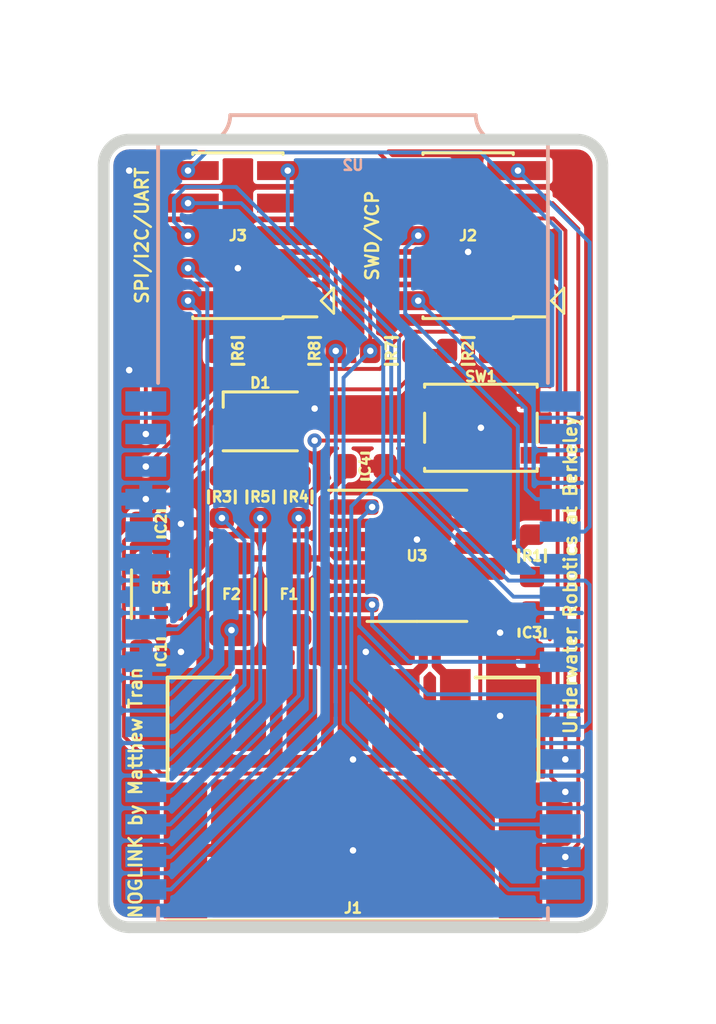
<source format=kicad_pcb>
(kicad_pcb (version 20171130) (host pcbnew "(5.1.7-0-10_14)")
  (layers (0 F.Cu signal) (31 B.Cu signal) (34 B.Paste user) (35 F.Paste user) (36 B.SilkS user) (37 F.SilkS user) (38 B.Mask user) (39 F.Mask user) (44 Edge.Cuts user))
  (net 0 "")
  (net 1 GND)
  (net 2 +5V)
  (net 3 +3V3)
  (net 4 "Net-(D1-Pad4)")
  (net 5 "Net-(D1-Pad3)")
  (net 6 "Net-(D1-Pad2)")
  (net 7 "Net-(F1-Pad2)")
  (net 8 "Net-(F2-Pad2)")
  (net 9 "Net-(J1-Pad1)")
  (net 10 /NRST)
  (net 11 /GNDDetect)
  (net 12 /VCP_RX)
  (net 13 /VCP_TX)
  (net 14 /SWO)
  (net 15 /SWCLK)
  (net 16 /SWDIO)
  (net 17 /TVCC)
  (net 18 /UART_RX)
  (net 19 /UART_TX)
  (net 20 /NSS)
  (net 21 /SCL)
  (net 22 /SCLK)
  (net 23 /SDA)
  (net 24 /MISO)
  (net 25 /MOSI)
  (net 26 "Net-(J3-Pad1)")
  (net 27 /LED_B)
  (net 28 /LED_G)
  (net 29 /LED_R)
  (net 30 /BUT)
  (net 31 "Net-(U1-Pad4)")
  (net 32 /CAN_TX)
  (net 33 /CAN_RX)
  (net 34 "Net-(U2-Pad28)")
  (net 35 "Net-(U2-Pad3)")
  (net 36 "Net-(U2-Pad2)")
  (net 37 "Net-(U2-Pad32)")
  (net 38 /CAN/CAN+)
  (net 39 /CAN/CAN-)
  (module Package_SO:SOIC-8_3.9x4.9mm_P1.27mm (layer F.Cu) (at 152.5 96.5)
    (fp_text reference U3 (at 0 0) (layer F.SilkS) (effects (font (size 0.4 0.4) (thickness 0.1))))
    (fp_text value ATA6561)
    (fp_line (start 0 2.56) (end 1.95 2.56) (layer F.SilkS) (width 0.12))
    (fp_line (start 0 2.56) (end -1.95 2.56) (layer F.SilkS) (width 0.12))
    (fp_line (start 0 -2.56) (end 1.95 -2.56) (layer F.SilkS) (width 0.12))
    (fp_line (start 0 -2.56) (end -3.45 -2.56) (layer F.SilkS) (width 0.12))
    (pad 8 smd roundrect (at 2.475 -1.905) (size 1.95 0.6) (layers F.Cu F.Paste F.Mask) (net 1 GND))
    (pad 7 smd roundrect (at 2.475 -0.635) (size 1.95 0.6) (layers F.Cu F.Paste F.Mask) (net 38 /CAN/CAN+))
    (pad 6 smd roundrect (at 2.475 0.635) (size 1.95 0.6) (layers F.Cu F.Paste F.Mask) (net 39 /CAN/CAN-))
    (pad 5 smd roundrect (at 2.475 1.905) (size 1.95 0.6) (layers F.Cu F.Paste F.Mask) (net 3 +3V3))
    (pad 4 smd roundrect (at -2.475 1.905) (size 1.95 0.6) (layers F.Cu F.Paste F.Mask) (net 33 /CAN_RX))
    (pad 3 smd roundrect (at -2.475 0.635) (size 1.95 0.6) (layers F.Cu F.Paste F.Mask) (net 2 +5V))
    (pad 2 smd roundrect (at -2.475 -0.635) (size 1.95 0.6) (layers F.Cu F.Paste F.Mask) (net 1 GND))
    (pad 1 smd roundrect (at -2.475 -1.905) (size 1.95 0.6) (layers F.Cu F.Paste F.Mask) (net 32 /CAN_TX))
  )
  (module extraparts:STLINK-V3MODS (layer B.Cu) (at 150 100 180)
    (fp_text reference U2 (at 0 18.75) (layer B.SilkS) (effects (font (size 0.4 0.4) (thickness 0.1)) (justify mirror)))
    (fp_text value STLINK-V3MODS)
    (fp_arc (start 5.9 20.705) (end 4.8 20.705) (angle 90) (layer B.SilkS) (width 0.15))
    (fp_arc (start -5.9 20.705) (end -4.8 20.705) (angle -90) (layer B.SilkS) (width 0.15))
    (fp_line (start 7.62 19.605) (end 5.9 19.605) (layer B.SilkS) (width 0.15))
    (fp_line (start -4.8 20.705) (end 4.8 20.705) (layer B.SilkS) (width 0.15))
    (fp_line (start 7.62 -10.795) (end 7.62 -10.25) (layer B.SilkS) (width 0.15))
    (fp_line (start -7.62 -10.795) (end -7.62 -10.25) (layer B.SilkS) (width 0.15))
    (fp_line (start -7.62 -10.795) (end 7.62 -10.795) (layer B.SilkS) (width 0.15))
    (fp_line (start -7.62 10.25) (end -7.62 19.605) (layer B.SilkS) (width 0.15))
    (fp_line (start -7.62 19.605) (end -5.9 19.605) (layer B.SilkS) (width 0.15))
    (fp_line (start 7.62 19.605) (end 7.62 10.25) (layer B.SilkS) (width 0.15))
    (pad 16 smd rect (at -8.1 -9.525 270) (size 0.8 1.6) (layers B.Cu B.Paste B.Mask) (net 21 /SCL))
    (pad 17 smd rect (at 8.1 -9.525 270) (size 0.8 1.6) (layers B.Cu B.Paste B.Mask) (net 23 /SDA))
    (pad 15 smd rect (at -8.1 -8.255 270) (size 0.8 1.6) (layers B.Cu B.Paste B.Mask) (net 13 /VCP_TX))
    (pad 18 smd rect (at 8.1 -8.255 270) (size 0.8 1.6) (layers B.Cu B.Paste B.Mask) (net 30 /BUT))
    (pad 14 smd rect (at -8.1 -6.985 270) (size 0.8 1.6) (layers B.Cu B.Paste B.Mask) (net 20 /NSS))
    (pad 19 smd rect (at 8.1 -6.985 270) (size 0.8 1.6) (layers B.Cu B.Paste B.Mask) (net 28 /LED_G))
    (pad 13 smd rect (at -8.1 -5.715 270) (size 0.8 1.6) (layers B.Cu B.Paste B.Mask) (net 15 /SWCLK))
    (pad 20 smd rect (at 8.1 -5.715 270) (size 0.8 1.6) (layers B.Cu B.Paste B.Mask) (net 29 /LED_R))
    (pad 12 smd rect (at -8.1 -4.445 270) (size 0.8 1.6) (layers B.Cu B.Paste B.Mask) (net 12 /VCP_RX))
    (pad 21 smd rect (at 8.1 -4.445 270) (size 0.8 1.6) (layers B.Cu B.Paste B.Mask) (net 27 /LED_B))
    (pad 11 smd rect (at -8.1 -3.175 270) (size 0.8 1.6) (layers B.Cu B.Paste B.Mask) (net 19 /UART_TX))
    (pad 22 smd rect (at 8.1 -3.175 270) (size 0.8 1.6) (layers B.Cu B.Paste B.Mask) (net 8 "Net-(F2-Pad2)"))
    (pad 10 smd rect (at -8.1 -1.905 270) (size 0.8 1.6) (layers B.Cu B.Paste B.Mask) (net 32 /CAN_TX))
    (pad 23 smd rect (at 8.1 -1.905 270) (size 0.8 1.6) (layers B.Cu B.Paste B.Mask) (net 24 /MISO))
    (pad 9 smd rect (at -8.1 -0.635 270) (size 0.8 1.6) (layers B.Cu B.Paste B.Mask) (net 33 /CAN_RX))
    (pad 24 smd rect (at 8.1 -0.635 270) (size 0.8 1.6) (layers B.Cu B.Paste B.Mask) (net 1 GND))
    (pad 8 smd rect (at -8.1 0.635 270) (size 0.8 1.6) (layers B.Cu B.Paste B.Mask) (net 1 GND))
    (pad 25 smd rect (at 8.1 0.635 270) (size 0.8 1.6) (layers B.Cu B.Paste B.Mask) (net 25 /MOSI))
    (pad 7 smd rect (at -8.1 1.905 270) (size 0.8 1.6) (layers B.Cu B.Paste B.Mask) (net 22 /SCLK))
    (pad 26 smd rect (at 8.1 1.905 270) (size 0.8 1.6) (layers B.Cu B.Paste B.Mask) (net 1 GND))
    (pad 6 smd rect (at -8.1 3.175 270) (size 0.8 1.6) (layers B.Cu B.Paste B.Mask) (net 14 /SWO))
    (pad 27 smd rect (at 8.1 3.175 270) (size 0.8 1.6) (layers B.Cu B.Paste B.Mask) (net 1 GND))
    (pad 5 smd rect (at -8.1 4.445 270) (size 0.8 1.6) (layers B.Cu B.Paste B.Mask) (net 11 /GNDDetect))
    (pad 28 smd rect (at 8.1 4.445 270) (size 0.8 1.6) (layers B.Cu B.Paste B.Mask) (net 34 "Net-(U2-Pad28)"))
    (pad 4 smd rect (at -8.1 5.715 270) (size 0.8 1.6) (layers B.Cu B.Paste B.Mask) (net 16 /SWDIO))
    (pad 29 smd rect (at 8.1 5.715 270) (size 0.8 1.6) (layers B.Cu B.Paste B.Mask) (net 1 GND))
    (pad 3 smd rect (at -8.1 6.985 270) (size 0.8 1.6) (layers B.Cu B.Paste B.Mask) (net 35 "Net-(U2-Pad3)"))
    (pad 30 smd rect (at 8.1 6.985 270) (size 0.8 1.6) (layers B.Cu B.Paste B.Mask) (net 17 /TVCC))
    (pad 2 smd rect (at -8.1 8.255 270) (size 0.8 1.6) (layers B.Cu B.Paste B.Mask) (net 36 "Net-(U2-Pad2)"))
    (pad 31 smd rect (at 8.1 8.255 270) (size 0.8 1.6) (layers B.Cu B.Paste B.Mask) (net 10 /NRST))
    (pad 1 smd rect (at -8.1 9.525 270) (size 0.8 1.6) (layers B.Cu B.Paste B.Mask) (net 18 /UART_RX))
    (pad 32 smd rect (at 8.1 9.525 270) (size 0.8 1.6) (layers B.Cu B.Paste B.Mask) (net 37 "Net-(U2-Pad32)"))
  )
  (module Package_TO_SOT_SMD:SOT-353_SC-70-5 (layer F.Cu) (at 142.5 97.75 90)
    (fp_text reference U1 (at 0 0 180) (layer F.SilkS) (effects (font (size 0.4 0.4) (thickness 0.1))))
    (fp_text value MIC5365-3.3YC5)
    (fp_line (start 0.7 -1.16) (end -1.2 -1.16) (layer F.SilkS) (width 0.12))
    (fp_line (start -0.7 1.16) (end 0.7 1.16) (layer F.SilkS) (width 0.12))
    (pad 5 smd rect (at 0.95 -0.65 90) (size 0.65 0.4) (layers F.Cu F.Paste F.Mask) (net 3 +3V3))
    (pad 4 smd rect (at 0.95 0.65 90) (size 0.65 0.4) (layers F.Cu F.Paste F.Mask) (net 31 "Net-(U1-Pad4)"))
    (pad 2 smd rect (at -0.95 0 90) (size 0.65 0.4) (layers F.Cu F.Paste F.Mask) (net 1 GND))
    (pad 3 smd rect (at -0.95 0.65 90) (size 0.65 0.4) (layers F.Cu F.Paste F.Mask) (net 2 +5V))
    (pad 1 smd rect (at -0.95 -0.65 90) (size 0.65 0.4) (layers F.Cu F.Paste F.Mask) (net 2 +5V))
  )
  (module Button_Switch_SMD:SW_SPST_PTS810 (layer F.Cu) (at 155 91.5 180)
    (fp_text reference SW1 (at 0 2) (layer F.SilkS) (effects (font (size 0.4 0.4) (thickness 0.1))))
    (fp_text value USR)
    (fp_line (start 2.2 -1.58) (end 2.2 -1.7) (layer F.SilkS) (width 0.12))
    (fp_line (start 2.2 0.57) (end 2.2 -0.57) (layer F.SilkS) (width 0.12))
    (fp_line (start 2.2 1.7) (end 2.2 1.58) (layer F.SilkS) (width 0.12))
    (fp_line (start -2.2 1.7) (end 2.2 1.7) (layer F.SilkS) (width 0.12))
    (fp_line (start -2.2 1.58) (end -2.2 1.7) (layer F.SilkS) (width 0.12))
    (fp_line (start -2.2 -0.57) (end -2.2 0.57) (layer F.SilkS) (width 0.12))
    (fp_line (start -2.2 -1.7) (end -2.2 -1.58) (layer F.SilkS) (width 0.12))
    (fp_line (start 2.2 -1.7) (end -2.2 -1.7) (layer F.SilkS) (width 0.12))
    (pad 2 smd rect (at 2.075 1.075 180) (size 1.05 0.65) (layers F.Cu F.Paste F.Mask) (net 1 GND))
    (pad 2 smd rect (at -2.075 1.075 180) (size 1.05 0.65) (layers F.Cu F.Paste F.Mask) (net 1 GND))
    (pad 1 smd rect (at 2.075 -1.075 180) (size 1.05 0.65) (layers F.Cu F.Paste F.Mask) (net 30 /BUT))
    (pad "" smd rect (at -2.075 -1.075 180) (size 1.05 0.65) (layers F.Cu F.Paste F.Mask))
  )
  (module Resistor_SMD:R_0603_1608Metric (layer F.Cu) (at 148.5 88.5 180)
    (fp_text reference R8 (at 0 0 90) (layer F.SilkS) (effects (font (size 0.4 0.4) (thickness 0.1))))
    (fp_text value 2.2k)
    (fp_line (start -0.237258 -0.5225) (end 0.237258 -0.5225) (layer F.SilkS) (width 0.12))
    (fp_line (start -0.237258 0.5225) (end 0.237258 0.5225) (layer F.SilkS) (width 0.12))
    (pad 2 smd roundrect (at 0.825 0 180) (size 0.8 0.95) (layers F.Cu F.Paste F.Mask) (net 3 +3V3))
    (pad 1 smd roundrect (at -0.825 0 180) (size 0.8 0.95) (layers F.Cu F.Paste F.Mask) (net 23 /SDA))
  )
  (module Resistor_SMD:R_0603_1608Metric (layer F.Cu) (at 151.5 88.5)
    (fp_text reference R7 (at 0 0 90) (layer F.SilkS) (effects (font (size 0.4 0.4) (thickness 0.1))))
    (fp_text value 2.2k)
    (fp_line (start -0.237258 -0.5225) (end 0.237258 -0.5225) (layer F.SilkS) (width 0.12))
    (fp_line (start -0.237258 0.5225) (end 0.237258 0.5225) (layer F.SilkS) (width 0.12))
    (pad 2 smd roundrect (at 0.825 0) (size 0.8 0.95) (layers F.Cu F.Paste F.Mask) (net 3 +3V3))
    (pad 1 smd roundrect (at -0.825 0) (size 0.8 0.95) (layers F.Cu F.Paste F.Mask) (net 21 /SCL))
  )
  (module Resistor_SMD:R_0603_1608Metric (layer F.Cu) (at 145.5 88.5)
    (fp_text reference R6 (at 0 0 90) (layer F.SilkS) (effects (font (size 0.4 0.4) (thickness 0.1))))
    (fp_text value 0)
    (fp_line (start -0.237258 -0.5225) (end 0.237258 -0.5225) (layer F.SilkS) (width 0.12))
    (fp_line (start -0.237258 0.5225) (end 0.237258 0.5225) (layer F.SilkS) (width 0.12))
    (pad 2 smd roundrect (at 0.825 0) (size 0.8 0.95) (layers F.Cu F.Paste F.Mask) (net 3 +3V3))
    (pad 1 smd roundrect (at -0.825 0) (size 0.8 0.95) (layers F.Cu F.Paste F.Mask) (net 26 "Net-(J3-Pad1)"))
  )
  (module Resistor_SMD:R_0603_1608Metric (layer F.Cu) (at 146.375 94.2 90)
    (fp_text reference R5 (at 0 0 180) (layer F.SilkS) (effects (font (size 0.4 0.4) (thickness 0.1))))
    (fp_text value 47)
    (fp_line (start -0.237258 -0.5225) (end 0.237258 -0.5225) (layer F.SilkS) (width 0.12))
    (fp_line (start -0.237258 0.5225) (end 0.237258 0.5225) (layer F.SilkS) (width 0.12))
    (pad 2 smd roundrect (at 0.825 0 90) (size 0.8 0.95) (layers F.Cu F.Paste F.Mask) (net 6 "Net-(D1-Pad2)"))
    (pad 1 smd roundrect (at -0.825 0 90) (size 0.8 0.95) (layers F.Cu F.Paste F.Mask) (net 29 /LED_R))
  )
  (module Resistor_SMD:R_0603_1608Metric (layer F.Cu) (at 147.875 94.2 90)
    (fp_text reference R4 (at 0 0 180) (layer F.SilkS) (effects (font (size 0.4 0.4) (thickness 0.1))))
    (fp_text value 47)
    (fp_line (start -0.237258 -0.5225) (end 0.237258 -0.5225) (layer F.SilkS) (width 0.12))
    (fp_line (start -0.237258 0.5225) (end 0.237258 0.5225) (layer F.SilkS) (width 0.12))
    (pad 2 smd roundrect (at 0.825 0 90) (size 0.8 0.95) (layers F.Cu F.Paste F.Mask) (net 5 "Net-(D1-Pad3)"))
    (pad 1 smd roundrect (at -0.825 0 90) (size 0.8 0.95) (layers F.Cu F.Paste F.Mask) (net 28 /LED_G))
  )
  (module Resistor_SMD:R_0603_1608Metric (layer F.Cu) (at 144.875 94.2 90)
    (fp_text reference R3 (at 0 0 180) (layer F.SilkS) (effects (font (size 0.4 0.4) (thickness 0.1))))
    (fp_text value 47)
    (fp_line (start -0.237258 -0.5225) (end 0.237258 -0.5225) (layer F.SilkS) (width 0.12))
    (fp_line (start -0.237258 0.5225) (end 0.237258 0.5225) (layer F.SilkS) (width 0.12))
    (pad 2 smd roundrect (at 0.825 0 90) (size 0.8 0.95) (layers F.Cu F.Paste F.Mask) (net 4 "Net-(D1-Pad4)"))
    (pad 1 smd roundrect (at -0.825 0 90) (size 0.8 0.95) (layers F.Cu F.Paste F.Mask) (net 27 /LED_B))
  )
  (module Resistor_SMD:R_0603_1608Metric (layer F.Cu) (at 154.5 88.5 180)
    (fp_text reference R2 (at 0 0 90) (layer F.SilkS) (effects (font (size 0.4 0.4) (thickness 0.1))))
    (fp_text value 0)
    (fp_line (start -0.237258 -0.5225) (end 0.237258 -0.5225) (layer F.SilkS) (width 0.12))
    (fp_line (start -0.237258 0.5225) (end 0.237258 0.5225) (layer F.SilkS) (width 0.12))
    (pad 2 smd roundrect (at 0.825 0 180) (size 0.8 0.95) (layers F.Cu F.Paste F.Mask) (net 3 +3V3))
    (pad 1 smd roundrect (at -0.825 0 180) (size 0.8 0.95) (layers F.Cu F.Paste F.Mask) (net 17 /TVCC))
  )
  (module Resistor_SMD:R_0603_1608Metric (layer F.Cu) (at 157 96.5 90)
    (fp_text reference R1 (at 0 0 180) (layer F.SilkS) (effects (font (size 0.4 0.4) (thickness 0.1))))
    (fp_text value 120)
    (fp_line (start -0.237258 -0.5225) (end 0.237258 -0.5225) (layer F.SilkS) (width 0.12))
    (fp_line (start -0.237258 0.5225) (end 0.237258 0.5225) (layer F.SilkS) (width 0.12))
    (pad 2 smd roundrect (at 0.825 0 90) (size 0.8 0.95) (layers F.Cu F.Paste F.Mask) (net 38 /CAN/CAN+))
    (pad 1 smd roundrect (at -0.825 0 90) (size 0.8 0.95) (layers F.Cu F.Paste F.Mask) (net 39 /CAN/CAN-))
  )
  (module Connector_PinHeader_1.27mm:PinHeader_2x05_P1.27mm_Vertical_SMD (layer F.Cu) (at 145.5 84 180)
    (fp_text reference J3 (at 0 0 180) (layer F.SilkS) (effects (font (size 0.4 0.4) (thickness 0.1))))
    (fp_text value SPI/I2C/UART)
    (fp_line (start -1.765 -3.235) (end 1.765 -3.235) (layer F.SilkS) (width 0.12))
    (fp_line (start -1.765 3.235) (end 1.765 3.235) (layer F.SilkS) (width 0.12))
    (fp_line (start -3.09 -3.17) (end -1.765 -3.17) (layer F.SilkS) (width 0.12))
    (fp_line (start -1.765 -3.235) (end -1.765 -3.17) (layer F.SilkS) (width 0.12))
    (fp_line (start 1.765 -3.235) (end 1.765 -3.17) (layer F.SilkS) (width 0.12))
    (fp_line (start -1.765 3.17) (end -1.765 3.235) (layer F.SilkS) (width 0.12))
    (fp_line (start 1.765 3.17) (end 1.765 3.235) (layer F.SilkS) (width 0.12))
    (pad 10 smd rect (at 1.95 2.54 180) (size 2.4 0.74) (layers F.Cu F.Paste F.Mask) (net 18 /UART_RX))
    (pad 9 smd rect (at -1.95 2.54 180) (size 2.4 0.74) (layers F.Cu F.Paste F.Mask) (net 19 /UART_TX))
    (pad 8 smd rect (at 1.95 1.27 180) (size 2.4 0.74) (layers F.Cu F.Paste F.Mask) (net 20 /NSS))
    (pad 7 smd rect (at -1.95 1.27 180) (size 2.4 0.74) (layers F.Cu F.Paste F.Mask) (net 21 /SCL))
    (pad 6 smd rect (at 1.95 0 180) (size 2.4 0.74) (layers F.Cu F.Paste F.Mask) (net 22 /SCLK))
    (pad 5 smd rect (at -1.95 0 180) (size 2.4 0.74) (layers F.Cu F.Paste F.Mask) (net 23 /SDA))
    (pad 4 smd rect (at 1.95 -1.27 180) (size 2.4 0.74) (layers F.Cu F.Paste F.Mask) (net 24 /MISO))
    (pad 3 smd rect (at -1.95 -1.27 180) (size 2.4 0.74) (layers F.Cu F.Paste F.Mask) (net 1 GND))
    (pad 2 smd rect (at 1.95 -2.54 180) (size 2.4 0.74) (layers F.Cu F.Paste F.Mask) (net 25 /MOSI))
    (pad 1 smd rect (at -1.95 -2.54 180) (size 2.4 0.74) (layers F.Cu F.Paste F.Mask) (net 26 "Net-(J3-Pad1)"))
  )
  (module Connector_PinHeader_1.27mm:PinHeader_2x05_P1.27mm_Vertical_SMD (layer F.Cu) (at 154.5 84 180)
    (fp_text reference J2 (at 0 0) (layer F.SilkS) (effects (font (size 0.4 0.4) (thickness 0.1))))
    (fp_text value SWD/VCP)
    (fp_line (start -1.765 -3.235) (end 1.765 -3.235) (layer F.SilkS) (width 0.12))
    (fp_line (start -1.765 3.235) (end 1.765 3.235) (layer F.SilkS) (width 0.12))
    (fp_line (start -3.09 -3.17) (end -1.765 -3.17) (layer F.SilkS) (width 0.12))
    (fp_line (start -1.765 -3.235) (end -1.765 -3.17) (layer F.SilkS) (width 0.12))
    (fp_line (start 1.765 -3.235) (end 1.765 -3.17) (layer F.SilkS) (width 0.12))
    (fp_line (start -1.765 3.17) (end -1.765 3.235) (layer F.SilkS) (width 0.12))
    (fp_line (start 1.765 3.17) (end 1.765 3.235) (layer F.SilkS) (width 0.12))
    (pad 10 smd rect (at 1.95 2.54 180) (size 2.4 0.74) (layers F.Cu F.Paste F.Mask) (net 10 /NRST))
    (pad 9 smd rect (at -1.95 2.54 180) (size 2.4 0.74) (layers F.Cu F.Paste F.Mask) (net 11 /GNDDetect))
    (pad 8 smd rect (at 1.95 1.27 180) (size 2.4 0.74) (layers F.Cu F.Paste F.Mask) (net 12 /VCP_RX))
    (pad 7 smd rect (at -1.95 1.27 180) (size 2.4 0.74) (layers F.Cu F.Paste F.Mask) (net 13 /VCP_TX))
    (pad 6 smd rect (at 1.95 0 180) (size 2.4 0.74) (layers F.Cu F.Paste F.Mask) (net 14 /SWO))
    (pad 5 smd rect (at -1.95 0 180) (size 2.4 0.74) (layers F.Cu F.Paste F.Mask) (net 1 GND))
    (pad 4 smd rect (at 1.95 -1.27 180) (size 2.4 0.74) (layers F.Cu F.Paste F.Mask) (net 15 /SWCLK))
    (pad 3 smd rect (at -1.95 -1.27 180) (size 2.4 0.74) (layers F.Cu F.Paste F.Mask) (net 1 GND))
    (pad 2 smd rect (at 1.95 -2.54 180) (size 2.4 0.74) (layers F.Cu F.Paste F.Mask) (net 16 /SWDIO))
    (pad 1 smd rect (at -1.95 -2.54 180) (size 2.4 0.74) (layers F.Cu F.Paste F.Mask) (net 17 /TVCC))
  )
  (module extraparts:Molex_DuraClik_RH_5pin (layer F.Cu) (at 150 110.75)
    (fp_text reference J1 (at 0 -0.5) (layer F.SilkS) (effects (font (size 0.4 0.4) (thickness 0.1))))
    (fp_text value CAN)
    (fp_line (start 7.25 -9.5) (end 7.25 -5.5) (layer F.SilkS) (width 0.15))
    (fp_line (start 4.794 -9.5) (end 7.25 -9.5) (layer F.SilkS) (width 0.15))
    (fp_line (start -7.25 -9.5) (end -7.25 -5.5) (layer F.SilkS) (width 0.15))
    (fp_line (start -4.794 -9.5) (end -7.25 -9.5) (layer F.SilkS) (width 0.15))
    (fp_line (start -7.25 0) (end 7.25 0) (layer F.SilkS) (width 0.15))
    (pad 4 smd rect (at 2 -8.23) (size 1.2 3.2) (layers F.Cu F.Paste F.Mask) (net 38 /CAN/CAN+))
    (pad 3 smd rect (at 0 -8.23) (size 1.2 3.2) (layers F.Cu F.Paste F.Mask) (net 1 GND))
    (pad 1 smd rect (at -4 -8.23) (size 1.2 3.2) (layers F.Cu F.Paste F.Mask) (net 9 "Net-(J1-Pad1)"))
    (pad MP smd rect (at -6.55 -2.75) (size 1.7 5.3) (layers F.Cu F.Paste F.Mask) (net 1 GND))
    (pad 2 smd rect (at -2 -8.23) (size 1.2 3.2) (layers F.Cu F.Paste F.Mask) (net 7 "Net-(F1-Pad2)"))
    (pad MP smd rect (at 6.55 -2.75) (size 1.7 5.3) (layers F.Cu F.Paste F.Mask) (net 1 GND))
    (pad 5 smd rect (at 4 -8.23) (size 1.2 3.2) (layers F.Cu F.Paste F.Mask) (net 39 /CAN/CAN-))
  )
  (module Fuse:Fuse_1206_3216Metric (layer F.Cu) (at 145.25 98 270)
    (fp_text reference F2 (at 0 0 180) (layer F.SilkS) (effects (font (size 0.4 0.4) (thickness 0.1))))
    (fp_text value 500mA)
    (fp_line (start -0.602064 -0.91) (end 0.602064 -0.91) (layer F.SilkS) (width 0.12))
    (fp_line (start -0.602064 0.91) (end 0.602064 0.91) (layer F.SilkS) (width 0.12))
    (pad 2 smd roundrect (at 1.4 0 270) (size 1.25 1.75) (layers F.Cu F.Paste F.Mask) (roundrect_rratio 0.2) (net 8 "Net-(F2-Pad2)"))
    (pad 1 smd roundrect (at -1.4 0 270) (size 1.25 1.75) (layers F.Cu F.Paste F.Mask) (roundrect_rratio 0.2) (net 2 +5V))
  )
  (module Fuse:Fuse_1206_3216Metric (layer F.Cu) (at 147.5 98 270)
    (fp_text reference F1 (at 0 0 180) (layer F.SilkS) (effects (font (size 0.4 0.4) (thickness 0.1))))
    (fp_text value 500mA)
    (fp_line (start -0.602064 -0.91) (end 0.602064 -0.91) (layer F.SilkS) (width 0.12))
    (fp_line (start -0.602064 0.91) (end 0.602064 0.91) (layer F.SilkS) (width 0.12))
    (pad 2 smd roundrect (at 1.4 0 270) (size 1.25 1.75) (layers F.Cu F.Paste F.Mask) (roundrect_rratio 0.2) (net 7 "Net-(F1-Pad2)"))
    (pad 1 smd roundrect (at -1.4 0 270) (size 1.25 1.75) (layers F.Cu F.Paste F.Mask) (roundrect_rratio 0.2) (net 2 +5V))
  )
  (module LED_SMD:LED_Cree-PLCC4_2x2mm_CW (layer F.Cu) (at 146.375 91.25)
    (fp_text reference D1 (at 0 -1.5) (layer F.SilkS) (effects (font (size 0.4 0.4) (thickness 0.1))))
    (fp_text value LED_ARGB)
    (fp_line (start -1.45 -0.55) (end -1.45 -1.15) (layer F.SilkS) (width 0.12))
    (fp_line (start -1.45 -1.15) (end 1.45 -1.15) (layer F.SilkS) (width 0.12))
    (fp_line (start -1.45 1.15) (end 1.45 1.15) (layer F.SilkS) (width 0.12))
    (pad 4 smd rect (at -0.75 0.55) (size 1 0.8) (layers F.Cu F.Paste F.Mask) (net 4 "Net-(D1-Pad4)"))
    (pad 3 smd rect (at 0.75 0.55) (size 1 0.8) (layers F.Cu F.Paste F.Mask) (net 5 "Net-(D1-Pad3)"))
    (pad 2 smd rect (at 0.75 -0.55) (size 1 0.8) (layers F.Cu F.Paste F.Mask) (net 6 "Net-(D1-Pad2)"))
    (pad 1 smd rect (at -0.75 -0.55) (size 1 0.8) (layers F.Cu F.Paste F.Mask) (net 3 +3V3))
  )
  (module Capacitor_SMD:C_0603_1608Metric (layer F.Cu) (at 150.475 93)
    (fp_text reference C4 (at 0 0 90) (layer F.SilkS) (effects (font (size 0.4 0.4) (thickness 0.1))))
    (fp_text value 100n)
    (fp_line (start -0.14058 -0.51) (end 0.14058 -0.51) (layer F.SilkS) (width 0.12))
    (fp_line (start -0.14058 0.51) (end 0.14058 0.51) (layer F.SilkS) (width 0.12))
    (pad 2 smd roundrect (at 0.775 0) (size 0.9 0.95) (layers F.Cu F.Paste F.Mask) (net 1 GND))
    (pad 1 smd roundrect (at -0.775 0) (size 0.9 0.95) (layers F.Cu F.Paste F.Mask) (net 2 +5V))
  )
  (module Capacitor_SMD:C_0603_1608Metric (layer F.Cu) (at 157 99.5 270)
    (fp_text reference C3 (at 0 0 180) (layer F.SilkS) (effects (font (size 0.4 0.4) (thickness 0.1))))
    (fp_text value 100n)
    (fp_line (start -0.14058 -0.51) (end 0.14058 -0.51) (layer F.SilkS) (width 0.12))
    (fp_line (start -0.14058 0.51) (end 0.14058 0.51) (layer F.SilkS) (width 0.12))
    (pad 2 smd roundrect (at 0.775 0 270) (size 0.9 0.95) (layers F.Cu F.Paste F.Mask) (net 1 GND))
    (pad 1 smd roundrect (at -0.775 0 270) (size 0.9 0.95) (layers F.Cu F.Paste F.Mask) (net 3 +3V3))
  )
  (module Capacitor_SMD:C_0603_1608Metric (layer F.Cu) (at 142.5 95.25)
    (fp_text reference C2 (at 0 0 90) (layer F.SilkS) (effects (font (size 0.4 0.4) (thickness 0.1))))
    (fp_text value 1u)
    (fp_line (start -0.14058 -0.51) (end 0.14058 -0.51) (layer F.SilkS) (width 0.12))
    (fp_line (start -0.14058 0.51) (end 0.14058 0.51) (layer F.SilkS) (width 0.12))
    (pad 2 smd roundrect (at 0.775 0) (size 0.9 0.95) (layers F.Cu F.Paste F.Mask) (net 1 GND))
    (pad 1 smd roundrect (at -0.775 0) (size 0.9 0.95) (layers F.Cu F.Paste F.Mask) (net 3 +3V3))
  )
  (module Capacitor_SMD:C_0603_1608Metric (layer F.Cu) (at 142.5 100.25)
    (fp_text reference C1 (at 0 0 90) (layer F.SilkS) (effects (font (size 0.4 0.4) (thickness 0.1))))
    (fp_text value 1u)
    (fp_line (start -0.14058 -0.51) (end 0.14058 -0.51) (layer F.SilkS) (width 0.12))
    (fp_line (start -0.14058 0.51) (end 0.14058 0.51) (layer F.SilkS) (width 0.12))
    (pad 2 smd roundrect (at 0.775 0) (size 0.9 0.95) (layers F.Cu F.Paste F.Mask) (net 1 GND))
    (pad 1 smd roundrect (at -0.775 0) (size 0.9 0.95) (layers F.Cu F.Paste F.Mask) (net 2 +5V))
  )
  (gr_line (start 158.25 86.04) (end 158.25 87.04) (layer F.SilkS) (width 0.1))
  (gr_line (start 157.75 86.54) (end 158.25 86.04) (layer F.SilkS) (width 0.1))
  (gr_line (start 158.25 87.04) (end 157.75 86.54) (layer F.SilkS) (width 0.1))
  (gr_line (start 149.25 87.04) (end 148.75 86.54) (layer F.SilkS) (width 0.1))
  (gr_line (start 149.25 86.04) (end 149.25 87.04) (layer F.SilkS) (width 0.1))
  (gr_line (start 148.75 86.54) (end 149.25 86.04) (layer F.SilkS) (width 0.1))
  (gr_text SPI/I2C/UART (at 141.75 84 90) (layer F.SilkS) (effects (font (size 0.5 0.5) (thickness 0.1))))
  (gr_text SWD/VCP (at 150.75 84 90) (layer F.SilkS) (effects (font (size 0.5 0.5) (thickness 0.1))))
  (gr_text "Underwater Robotics at Berkeley" (at 158.5 97.25 90) (layer F.SilkS) (effects (font (size 0.5 0.5) (thickness 0.1))))
  (gr_text "NOGLINK by Matthew Tran" (at 141.5 105.75 90) (layer F.SilkS) (effects (font (size 0.5 0.5) (thickness 0.1))))
  (gr_arc (start 158.75 110) (end 158.75 111) (angle -90) (layer Edge.Cuts) (width 0.4572))
  (gr_arc (start 141.25 110) (end 140.25 110) (angle -90) (layer Edge.Cuts) (width 0.4572))
  (gr_arc (start 141.25 81.25) (end 141.25 80.25) (angle -90) (layer Edge.Cuts) (width 0.4572))
  (gr_arc (start 158.75 81.25) (end 159.75 81.25) (angle -90) (layer Edge.Cuts) (width 0.4572))
  (gr_line (start 158.75 111) (end 141.25 111) (layer Edge.Cuts) (width 0.4572))
  (gr_line (start 159.75 81.25) (end 159.75 110) (layer Edge.Cuts) (width 0.4572))
  (gr_line (start 141.25 80.25) (end 158.75 80.25) (layer Edge.Cuts) (width 0.4572))
  (gr_line (start 140.25 110) (end 140.25 81.25) (layer Edge.Cuts) (width 0.4572))
  (via (at 158.3 104.445) (size 0.5588) (drill 0.254) (layers F.Cu B.Cu) (net 12))
  (via (at 158.3 105.715) (size 0.5588) (drill 0.254) (layers F.Cu B.Cu) (net 15))
  (via (at 141.9 91.745) (size 0.5588) (drill 0.254) (layers F.Cu B.Cu) (net 10))
  (via (at 143.275 95.25) (size 0.5588) (drill 0.254) (layers F.Cu B.Cu) (net 1))
  (via (at 143.275 100.25) (size 0.5588) (drill 0.254) (layers F.Cu B.Cu) (net 1))
  (via (at 155.75 99.5) (size 0.5588) (drill 0.254) (layers F.Cu B.Cu) (net 1))
  (via (at 150 108) (size 0.5588) (drill 0.254) (layers F.Cu B.Cu) (net 1))
  (via (at 141.9 94.285) (size 0.5588) (drill 0.254) (layers F.Cu B.Cu) (net 1))
  (via (at 152.5 95.865) (size 0.5588) (drill 0.254) (layers F.Cu B.Cu) (net 1))
  (via (at 155 91.5) (size 0.5588) (drill 0.254) (layers F.Cu B.Cu) (net 1))
  (via (at 150 104.45) (size 0.5588) (drill 0.254) (layers F.Cu B.Cu) (net 1))
  (via (at 148.5 90.75) (size 0.5588) (drill 0.254) (layers F.Cu B.Cu) (net 1))
  (via (at 141.25 81.46) (size 0.5588) (drill 0.254) (layers F.Cu B.Cu) (net 1))
  (via (at 145.5 85.27) (size 0.5588) (drill 0.254) (layers F.Cu B.Cu) (net 1))
  (via (at 154.5 84.635) (size 0.5588) (drill 0.254) (layers F.Cu B.Cu) (net 1))
  (via (at 141.25 89.25) (size 0.5588) (drill 0.254) (layers F.Cu B.Cu) (net 1))
  (via (at 150.5 100.25) (size 0.5588) (drill 0.254) (layers F.Cu B.Cu) (net 1))
  (via (at 155.75 102.75) (size 0.5588) (drill 0.254) (layers F.Cu B.Cu) (net 1))
  (segment (start 147.5 96.6) (end 145.25 96.6) (width 0.254) (layer F.Cu) (net 2))
  (segment (start 141.85 98.121) (end 141.85 98.7) (width 0.254) (layer F.Cu) (net 2))
  (segment (start 142.221 97.75) (end 141.85 98.121) (width 0.254) (layer F.Cu) (net 2))
  (segment (start 143.15 98.7) (end 143.15 97.75) (width 0.254) (layer F.Cu) (net 2))
  (segment (start 143.15 97.75) (end 142.221 97.75) (width 0.254) (layer F.Cu) (net 2))
  (segment (start 141.85 100.125) (end 141.725 100.25) (width 0.254) (layer F.Cu) (net 2))
  (segment (start 141.85 98.7) (end 141.85 100.125) (width 0.254) (layer F.Cu) (net 2))
  (segment (start 149.31 97.135) (end 148.77059 96.59559) (width 0.254) (layer F.Cu) (net 2))
  (segment (start 150.025 97.135) (end 149.31 97.135) (width 0.254) (layer F.Cu) (net 2))
  (segment (start 148.76618 96.6) (end 148.77059 96.59559) (width 0.254) (layer F.Cu) (net 2))
  (segment (start 147.5 96.6) (end 148.76618 96.6) (width 0.254) (layer F.Cu) (net 2))
  (segment (start 149.7 93.33772) (end 149.7 93) (width 0.254) (layer F.Cu) (net 2))
  (segment (start 148.77059 94.26713) (end 149.7 93.33772) (width 0.254) (layer F.Cu) (net 2))
  (segment (start 148.77059 96.59559) (end 148.77059 94.26713) (width 0.254) (layer F.Cu) (net 2))
  (segment (start 144.95 96.6) (end 143.8 97.75) (width 0.254) (layer F.Cu) (net 2))
  (segment (start 143.8 97.75) (end 143.15 97.75) (width 0.254) (layer F.Cu) (net 2))
  (segment (start 145.25 96.6) (end 144.95 96.6) (width 0.254) (layer F.Cu) (net 2))
  (via (at 141.9 93.015) (size 0.5588) (drill 0.254) (layers F.Cu B.Cu) (net 17))
  (via (at 156.45 81.46) (size 0.5588) (drill 0.254) (layers F.Cu B.Cu) (net 11))
  (via (at 152.55 86.54) (size 0.5588) (drill 0.254) (layers F.Cu B.Cu) (net 16))
  (via (at 152.55 84) (size 0.5588) (drill 0.254) (layers F.Cu B.Cu) (net 14))
  (via (at 147.45 81.46) (size 0.5588) (drill 0.254) (layers F.Cu B.Cu) (net 19))
  (via (at 143.55 81.46) (size 0.5588) (drill 0.254) (layers F.Cu B.Cu) (net 18))
  (via (at 143.55 82.73) (size 0.5588) (drill 0.254) (layers F.Cu B.Cu) (net 20))
  (via (at 143.55 84) (size 0.5588) (drill 0.254) (layers F.Cu B.Cu) (net 22))
  (via (at 143.55 85.27) (size 0.5588) (drill 0.254) (layers F.Cu B.Cu) (net 24))
  (via (at 143.55 86.54) (size 0.5588) (drill 0.254) (layers F.Cu B.Cu) (net 25))
  (via (at 150.747443 94.595) (size 0.5588) (drill 0.254) (layers F.Cu B.Cu) (net 32))
  (via (at 147.875 95.025) (size 0.5588) (drill 0.254) (layers F.Cu B.Cu) (net 28))
  (via (at 146.375 95.025) (size 0.5588) (drill 0.254) (layers F.Cu B.Cu) (net 29))
  (via (at 144.875 95.025) (size 0.5588) (drill 0.254) (layers F.Cu B.Cu) (net 27))
  (segment (start 152.325 88.5) (end 153.675 88.5) (width 0.1524) (layer F.Cu) (net 3))
  (segment (start 147.75 88.575) (end 147.675 88.5) (width 0.1524) (layer F.Cu) (net 3))
  (segment (start 146.325 88.5) (end 147 88.5) (width 0.1524) (layer F.Cu) (net 3))
  (segment (start 147 88.5) (end 147.675 88.5) (width 0.1524) (layer F.Cu) (net 3))
  (segment (start 145.725 90.7) (end 145.625 90.7) (width 0.1524) (layer F.Cu) (net 3))
  (segment (start 146.425 90) (end 145.725 90.7) (width 0.1524) (layer F.Cu) (net 3))
  (segment (start 152.325 89.425) (end 151.75 90) (width 0.1524) (layer F.Cu) (net 3))
  (segment (start 152.325 88.5) (end 152.325 89.425) (width 0.1524) (layer F.Cu) (net 3))
  (segment (start 147 90) (end 146.425 90) (width 0.1524) (layer F.Cu) (net 3))
  (segment (start 147 88.5) (end 147 90) (width 0.1524) (layer F.Cu) (net 3))
  (segment (start 151.75 90) (end 147 90) (width 0.1524) (layer F.Cu) (net 3))
  (segment (start 141.04639 95.92861) (end 141.725 95.25) (width 0.1524) (layer F.Cu) (net 3))
  (segment (start 141.05 96.8) (end 141.04639 96.79639) (width 0.1524) (layer F.Cu) (net 3))
  (segment (start 141.04639 96.79639) (end 141.04639 95.92861) (width 0.1524) (layer F.Cu) (net 3))
  (segment (start 141.85 96.8) (end 141.05 96.8) (width 0.1524) (layer F.Cu) (net 3))
  (segment (start 141.04639 103.54639) (end 141.04639 96.79639) (width 0.1524) (layer F.Cu) (net 3))
  (segment (start 154.975 104.156482) (end 154.131482 105) (width 0.1524) (layer F.Cu) (net 3))
  (segment (start 142.5 105) (end 141.04639 103.54639) (width 0.1524) (layer F.Cu) (net 3))
  (segment (start 154.131482 105) (end 142.5 105) (width 0.1524) (layer F.Cu) (net 3))
  (segment (start 154.975 98.405) (end 154.975 104.156482) (width 0.1524) (layer F.Cu) (net 3))
  (segment (start 156.68 98.405) (end 157 98.725) (width 0.1524) (layer F.Cu) (net 3))
  (segment (start 154.975 98.405) (end 156.68 98.405) (width 0.1524) (layer F.Cu) (net 3))
  (segment (start 145.5 90.7) (end 145.625 90.7) (width 0.1524) (layer F.Cu) (net 3))
  (segment (start 144.75 91.45) (end 145.5 90.7) (width 0.1524) (layer F.Cu) (net 3))
  (segment (start 144.75 92.225) (end 144.75 91.45) (width 0.1524) (layer F.Cu) (net 3))
  (segment (start 141.725 95.25) (end 144.75 92.225) (width 0.1524) (layer F.Cu) (net 3))
  (segment (start 145.625 92.625) (end 144.875 93.375) (width 0.1524) (layer F.Cu) (net 4))
  (segment (start 145.625 91.8) (end 145.625 92.625) (width 0.1524) (layer F.Cu) (net 4))
  (segment (start 147.125 92.625) (end 147.875 93.375) (width 0.1524) (layer F.Cu) (net 5))
  (segment (start 147.125 91.8) (end 147.125 92.625) (width 0.1524) (layer F.Cu) (net 5))
  (segment (start 146.375 90.7976) (end 146.375 93.375) (width 0.1524) (layer F.Cu) (net 6))
  (segment (start 146.4726 90.7) (end 146.375 90.7976) (width 0.1524) (layer F.Cu) (net 6))
  (segment (start 147.125 90.7) (end 146.4726 90.7) (width 0.1524) (layer F.Cu) (net 6))
  (segment (start 148 99.9) (end 147.5 99.4) (width 0.254) (layer F.Cu) (net 7))
  (segment (start 148 102.52) (end 148 99.9) (width 0.254) (layer F.Cu) (net 7))
  (via (at 145.25 99.4) (size 0.5588) (drill 0.254) (layers F.Cu B.Cu) (net 8))
  (segment (start 145.25 100.879) (end 142.954 103.175) (width 0.254) (layer B.Cu) (net 8))
  (segment (start 142.954 103.175) (end 141.9 103.175) (width 0.254) (layer B.Cu) (net 8))
  (segment (start 145.25 99.4) (end 145.25 100.879) (width 0.254) (layer B.Cu) (net 8))
  (segment (start 151 80.75) (end 151.71 81.46) (width 0.1524) (layer F.Cu) (net 10))
  (segment (start 142.278518 80.75) (end 151 80.75) (width 0.1524) (layer F.Cu) (net 10))
  (segment (start 141.9 81.128518) (end 142.278518 80.75) (width 0.1524) (layer F.Cu) (net 10))
  (segment (start 151.71 81.46) (end 152.55 81.46) (width 0.1524) (layer F.Cu) (net 10))
  (segment (start 141.9 91.745) (end 141.9 81.128518) (width 0.1524) (layer F.Cu) (net 10))
  (segment (start 159.0524 95.555) (end 159.25 95.3574) (width 0.1524) (layer B.Cu) (net 11))
  (segment (start 158.1 95.555) (end 159.0524 95.555) (width 0.1524) (layer B.Cu) (net 11))
  (segment (start 159.25 84.26) (end 156.45 81.46) (width 0.1524) (layer B.Cu) (net 11))
  (segment (start 159.25 95.3574) (end 159.25 84.26) (width 0.1524) (layer B.Cu) (net 11))
  (segment (start 153.978601 83.328601) (end 153.38 82.73) (width 0.1524) (layer F.Cu) (net 12))
  (segment (start 158.304809 83.804809) (end 157.828601 83.328601) (width 0.1524) (layer F.Cu) (net 12))
  (segment (start 153.38 82.73) (end 152.55 82.73) (width 0.1524) (layer F.Cu) (net 12))
  (segment (start 158.304809 104.440191) (end 158.304809 83.804809) (width 0.1524) (layer F.Cu) (net 12))
  (segment (start 157.828601 83.328601) (end 153.978601 83.328601) (width 0.1524) (layer F.Cu) (net 12))
  (segment (start 158.3 104.445) (end 158.304809 104.440191) (width 0.1524) (layer F.Cu) (net 12))
  (via (at 158.3 108.255) (size 0.5588) (drill 0.254) (layers F.Cu B.Cu) (net 13))
  (segment (start 157.8024 82.73) (end 156.45 82.73) (width 0.1524) (layer F.Cu) (net 13))
  (segment (start 158.808001 83.735601) (end 157.8024 82.73) (width 0.1524) (layer F.Cu) (net 13))
  (segment (start 158.808001 107.746999) (end 158.808001 83.735601) (width 0.1524) (layer F.Cu) (net 13))
  (segment (start 158.3 108.255) (end 158.808001 107.746999) (width 0.1524) (layer F.Cu) (net 13))
  (segment (start 157.1476 96.825) (end 156.44519 96.12259) (width 0.1524) (layer B.Cu) (net 14))
  (segment (start 158.1 96.825) (end 157.1476 96.825) (width 0.1524) (layer B.Cu) (net 14))
  (segment (start 156.44519 96.12259) (end 156.44519 91.44519) (width 0.1524) (layer B.Cu) (net 14))
  (segment (start 152.041999 84.508001) (end 152.55 84) (width 0.1524) (layer B.Cu) (net 14))
  (segment (start 152.041999 87.041999) (end 152.041999 84.508001) (width 0.1524) (layer B.Cu) (net 14))
  (segment (start 156.44519 91.44519) (end 152.041999 87.041999) (width 0.1524) (layer B.Cu) (net 14))
  (segment (start 153.37 85.27) (end 152.55 85.27) (width 0.1524) (layer F.Cu) (net 15))
  (segment (start 153.968601 85.868601) (end 153.37 85.27) (width 0.1524) (layer F.Cu) (net 15))
  (segment (start 157.760083 85.868601) (end 153.968601 85.868601) (width 0.1524) (layer F.Cu) (net 15))
  (segment (start 157.75 105.165) (end 157.75 103) (width 0.1524) (layer F.Cu) (net 15))
  (segment (start 158 86.108518) (end 157.760083 85.868601) (width 0.1524) (layer F.Cu) (net 15))
  (segment (start 158 102.75) (end 158 86.108518) (width 0.1524) (layer F.Cu) (net 15))
  (segment (start 157.75 103) (end 158 102.75) (width 0.1524) (layer F.Cu) (net 15))
  (segment (start 158.3 105.715) (end 157.75 105.165) (width 0.1524) (layer F.Cu) (net 15))
  (segment (start 157.1476 94.285) (end 156.75 93.8874) (width 0.1524) (layer B.Cu) (net 16))
  (segment (start 158.1 94.285) (end 157.1476 94.285) (width 0.1524) (layer B.Cu) (net 16))
  (segment (start 156.75 90.74) (end 152.55 86.54) (width 0.1524) (layer B.Cu) (net 16))
  (segment (start 156.75 93.8874) (end 156.75 90.74) (width 0.1524) (layer B.Cu) (net 16))
  (segment (start 156.45 87.3) (end 156.45 86.54) (width 0.1524) (layer F.Cu) (net 17))
  (segment (start 156 87.75) (end 156.45 87.3) (width 0.1524) (layer F.Cu) (net 17))
  (segment (start 155.325 88.5) (end 155.325 87.775) (width 0.1524) (layer F.Cu) (net 17))
  (segment (start 155.325 87.775) (end 155.35 87.75) (width 0.1524) (layer F.Cu) (net 17))
  (segment (start 155.35 87.75) (end 156 87.75) (width 0.1524) (layer F.Cu) (net 17))
  (segment (start 151.993852 87.75) (end 155.35 87.75) (width 0.1524) (layer F.Cu) (net 17))
  (segment (start 151.052538 89.20361) (end 151.5 88.756148) (width 0.1524) (layer F.Cu) (net 17))
  (segment (start 151.5 88.756148) (end 151.5 88.243852) (width 0.1524) (layer F.Cu) (net 17))
  (segment (start 151.5 88.243852) (end 151.993852 87.75) (width 0.1524) (layer F.Cu) (net 17))
  (segment (start 148.5 88.243852) (end 148.5 88.756148) (width 0.1524) (layer F.Cu) (net 17))
  (segment (start 148.052538 87.79639) (end 148.5 88.243852) (width 0.1524) (layer F.Cu) (net 17))
  (segment (start 145.947462 87.79639) (end 148.052538 87.79639) (width 0.1524) (layer F.Cu) (net 17))
  (segment (start 148.5 88.756148) (end 148.947462 89.20361) (width 0.1524) (layer F.Cu) (net 17))
  (segment (start 145.5 88.243852) (end 145.947462 87.79639) (width 0.1524) (layer F.Cu) (net 17))
  (segment (start 148.947462 89.20361) (end 151.052538 89.20361) (width 0.1524) (layer F.Cu) (net 17))
  (segment (start 145.5 89.415) (end 145.5 88.243852) (width 0.1524) (layer F.Cu) (net 17))
  (segment (start 141.9 93.015) (end 145.5 89.415) (width 0.1524) (layer F.Cu) (net 17))
  (segment (start 144.26 80.75) (end 143.55 81.46) (width 0.1524) (layer B.Cu) (net 18))
  (segment (start 155 80.75) (end 144.26 80.75) (width 0.1524) (layer B.Cu) (net 18))
  (segment (start 158.1 83.85) (end 155 80.75) (width 0.1524) (layer B.Cu) (net 18))
  (segment (start 158.1 90.475) (end 158.1 83.85) (width 0.1524) (layer B.Cu) (net 18))
  (segment (start 147.45 83.69) (end 147.45 81.46) (width 0.1524) (layer B.Cu) (net 19))
  (segment (start 156.076399 97.466399) (end 151.8 93.19) (width 0.1524) (layer B.Cu) (net 19))
  (segment (start 159.082881 97.466399) (end 156.076399 97.466399) (width 0.1524) (layer B.Cu) (net 19))
  (segment (start 159.25 97.633518) (end 159.082881 97.466399) (width 0.1524) (layer B.Cu) (net 19))
  (segment (start 159.25 102.9774) (end 159.25 97.633518) (width 0.1524) (layer B.Cu) (net 19))
  (segment (start 151.8 88.04) (end 147.45 83.69) (width 0.1524) (layer B.Cu) (net 19))
  (segment (start 159.0524 103.175) (end 159.25 102.9774) (width 0.1524) (layer B.Cu) (net 19))
  (segment (start 158.1 103.175) (end 159.0524 103.175) (width 0.1524) (layer B.Cu) (net 19))
  (segment (start 151.8 93.19) (end 151.8 88.04) (width 0.1524) (layer B.Cu) (net 19))
  (segment (start 145.627867 82.73) (end 143.55 82.73) (width 0.1524) (layer B.Cu) (net 20))
  (segment (start 151.183001 88.285134) (end 145.627867 82.73) (width 0.1524) (layer B.Cu) (net 20))
  (segment (start 149.934622 94.565378) (end 151.183001 93.316999) (width 0.1524) (layer B.Cu) (net 20))
  (segment (start 149.934622 101.434622) (end 149.934622 94.565378) (width 0.1524) (layer B.Cu) (net 20))
  (segment (start 151.183001 93.316999) (end 151.183001 88.285134) (width 0.1524) (layer B.Cu) (net 20))
  (segment (start 155.485 106.985) (end 149.934622 101.434622) (width 0.1524) (layer B.Cu) (net 20))
  (segment (start 158.1 106.985) (end 155.485 106.985) (width 0.1524) (layer B.Cu) (net 20))
  (segment (start 150.675 84.6026) (end 150.675 88.5) (width 0.1524) (layer F.Cu) (net 21))
  (segment (start 148.8024 82.73) (end 150.675 84.6026) (width 0.1524) (layer F.Cu) (net 21))
  (segment (start 147.45 82.73) (end 148.8024 82.73) (width 0.1524) (layer F.Cu) (net 21))
  (segment (start 150.675 88.5) (end 150.675 88.5) (width 0.1524) (layer F.Cu) (net 21))
  (via (at 150.675 88.5) (size 0.5588) (drill 0.254) (layers F.Cu B.Cu) (net 21))
  (segment (start 149.629811 103.059811) (end 149.629811 89.545189) (width 0.1524) (layer B.Cu) (net 21))
  (segment (start 156.095 109.525) (end 149.629811 103.059811) (width 0.1524) (layer B.Cu) (net 21))
  (segment (start 149.629811 89.545189) (end 150.675 88.5) (width 0.1524) (layer B.Cu) (net 21))
  (segment (start 158.1 109.525) (end 156.095 109.525) (width 0.1524) (layer B.Cu) (net 21))
  (segment (start 156.273933 98.095) (end 158.1 98.095) (width 0.1524) (layer B.Cu) (net 22))
  (segment (start 151.495189 93.316256) (end 156.273933 98.095) (width 0.1524) (layer B.Cu) (net 22))
  (segment (start 151.495189 88.166255) (end 151.495189 93.316256) (width 0.1524) (layer B.Cu) (net 22))
  (segment (start 145.428934 82.1) (end 151.495189 88.166255) (width 0.1524) (layer B.Cu) (net 22))
  (segment (start 143.45 82.1) (end 145.428934 82.1) (width 0.1524) (layer B.Cu) (net 22))
  (segment (start 143 83.45) (end 143 82.55) (width 0.1524) (layer B.Cu) (net 22))
  (segment (start 143 82.55) (end 143.45 82.1) (width 0.1524) (layer B.Cu) (net 22))
  (segment (start 143.55 84) (end 143 83.45) (width 0.1524) (layer B.Cu) (net 22))
  (segment (start 149.325 84.5226) (end 148.8024 84) (width 0.1524) (layer F.Cu) (net 23))
  (segment (start 148.8024 84) (end 147.45 84) (width 0.1524) (layer F.Cu) (net 23))
  (segment (start 149.325 88.5) (end 149.325 84.5226) (width 0.1524) (layer F.Cu) (net 23))
  (via (at 149.325 88.5) (size 0.5588) (drill 0.254) (layers F.Cu B.Cu) (net 23))
  (segment (start 141.9 109.525) (end 142.875 109.525) (width 0.1524) (layer B.Cu) (net 23))
  (segment (start 142.875 109.525) (end 149.325 103.075) (width 0.1524) (layer B.Cu) (net 23))
  (segment (start 149.325 103.075) (end 149.325 88.5) (width 0.1524) (layer B.Cu) (net 23))
  (segment (start 144.304811 86.024811) (end 143.55 85.27) (width 0.1524) (layer B.Cu) (net 24))
  (segment (start 144.304811 100.452589) (end 144.304811 86.024811) (width 0.1524) (layer B.Cu) (net 24))
  (segment (start 142.8524 101.905) (end 144.304811 100.452589) (width 0.1524) (layer B.Cu) (net 24))
  (segment (start 141.9 101.905) (end 142.8524 101.905) (width 0.1524) (layer B.Cu) (net 24))
  (segment (start 144 98.5) (end 144 86.99) (width 0.1524) (layer B.Cu) (net 25))
  (segment (start 144 86.99) (end 143.55 86.54) (width 0.1524) (layer B.Cu) (net 25))
  (segment (start 143.135 99.365) (end 144 98.5) (width 0.1524) (layer B.Cu) (net 25))
  (segment (start 141.9 99.365) (end 143.135 99.365) (width 0.1524) (layer B.Cu) (net 25))
  (segment (start 146.635 86.54) (end 147.45 86.54) (width 0.1524) (layer F.Cu) (net 26))
  (segment (start 144.675 88.5) (end 146.635 86.54) (width 0.1524) (layer F.Cu) (net 26))
  (segment (start 145.758001 95.908001) (end 144.875 95.025) (width 0.1524) (layer B.Cu) (net 27))
  (segment (start 145.758001 101.539399) (end 145.758001 95.908001) (width 0.1524) (layer B.Cu) (net 27))
  (segment (start 142.8524 104.445) (end 145.758001 101.539399) (width 0.1524) (layer B.Cu) (net 27))
  (segment (start 141.9 104.445) (end 142.8524 104.445) (width 0.1524) (layer B.Cu) (net 27))
  (segment (start 142.8524 106.985) (end 141.9 106.985) (width 0.1524) (layer B.Cu) (net 28))
  (segment (start 147.875 101.9624) (end 142.8524 106.985) (width 0.1524) (layer B.Cu) (net 28))
  (segment (start 147.875 95.025) (end 147.875 101.9624) (width 0.1524) (layer B.Cu) (net 28))
  (segment (start 142.8524 105.715) (end 141.9 105.715) (width 0.1524) (layer B.Cu) (net 29))
  (segment (start 146.375 102.1924) (end 142.8524 105.715) (width 0.1524) (layer B.Cu) (net 29))
  (segment (start 146.375 95.025) (end 146.375 102.1924) (width 0.1524) (layer B.Cu) (net 29))
  (via (at 148.5 92) (size 0.5588) (drill 0.254) (layers F.Cu B.Cu) (net 30))
  (segment (start 142.8524 108.255) (end 148.5 102.6074) (width 0.1524) (layer B.Cu) (net 30))
  (segment (start 141.9 108.255) (end 142.8524 108.255) (width 0.1524) (layer B.Cu) (net 30))
  (segment (start 148.5 102.6074) (end 148.5 92) (width 0.1524) (layer B.Cu) (net 30))
  (segment (start 152.175 92) (end 148.5 92) (width 0.1524) (layer F.Cu) (net 30))
  (segment (start 152.75 92.575) (end 152.175 92) (width 0.1524) (layer F.Cu) (net 30))
  (segment (start 152.925 92.575) (end 152.75 92.575) (width 0.1524) (layer F.Cu) (net 30))
  (segment (start 150.239433 95.10301) (end 150.747443 94.595) (width 0.1524) (layer B.Cu) (net 32))
  (segment (start 150.239433 99.230354) (end 150.239433 95.10301) (width 0.1524) (layer B.Cu) (net 32))
  (segment (start 152.914079 101.905) (end 150.239433 99.230354) (width 0.1524) (layer B.Cu) (net 32))
  (segment (start 158.1 101.905) (end 152.914079 101.905) (width 0.1524) (layer B.Cu) (net 32))
  (via (at 150.747443 98.405) (size 0.5588) (drill 0.254) (layers F.Cu B.Cu) (net 33))
  (segment (start 150.747443 99.201222) (end 150.747443 98.405) (width 0.1524) (layer B.Cu) (net 33))
  (segment (start 152.181221 100.635) (end 150.747443 99.201222) (width 0.1524) (layer B.Cu) (net 33))
  (segment (start 158.1 100.635) (end 152.181221 100.635) (width 0.1524) (layer B.Cu) (net 33))
  (segment (start 157 95.675) (end 156.429 96.246) (width 0.3556) (layer F.Cu) (net 38))
  (segment (start 152 101.52) (end 152.746 100.774) (width 0.3556) (layer F.Cu) (net 38))
  (segment (start 152 102.52) (end 152 101.52) (width 0.3556) (layer F.Cu) (net 38))
  (segment (start 152.746 96.944788) (end 153.444788 96.246) (width 0.3556) (layer F.Cu) (net 38))
  (segment (start 152.746 100.774) (end 152.746 96.944788) (width 0.3556) (layer F.Cu) (net 38))
  (segment (start 154.975 96.217) (end 154.946 96.246) (width 0.1524) (layer F.Cu) (net 38))
  (segment (start 154.975 95.865) (end 154.975 96.217) (width 0.1524) (layer F.Cu) (net 38))
  (segment (start 154.946 96.246) (end 153.444788 96.246) (width 0.3556) (layer F.Cu) (net 38))
  (segment (start 156.429 96.246) (end 154.946 96.246) (width 0.3556) (layer F.Cu) (net 38))
  (segment (start 156.429 96.754) (end 157 97.325) (width 0.3556) (layer F.Cu) (net 39))
  (segment (start 153.254 97.155212) (end 153.655212 96.754) (width 0.3556) (layer F.Cu) (net 39))
  (segment (start 153.262915 98.760728) (end 153.254 98.6816) (width 0.3556) (layer F.Cu) (net 39))
  (segment (start 153.289215 98.835889) (end 153.262915 98.760728) (width 0.3556) (layer F.Cu) (net 39))
  (segment (start 153.387887 98.959619) (end 153.33158 98.903312) (width 0.3556) (layer F.Cu) (net 39))
  (segment (start 153.530471 99.028284) (end 153.45531 99.001984) (width 0.3556) (layer F.Cu) (net 39))
  (segment (start 153.33158 98.903312) (end 153.289215 98.835889) (width 0.3556) (layer F.Cu) (net 39))
  (segment (start 153.6096 99.0372) (end 153.530471 99.028284) (width 0.3556) (layer F.Cu) (net 39))
  (segment (start 153.62684 99.0372) (end 153.6096 99.0372) (width 0.3556) (layer F.Cu) (net 39))
  (segment (start 153.705968 99.046115) (end 153.62684 99.0372) (width 0.3556) (layer F.Cu) (net 39))
  (segment (start 153.904859 99.171087) (end 153.848552 99.11478) (width 0.3556) (layer F.Cu) (net 39))
  (segment (start 153.947224 99.23851) (end 153.904859 99.171087) (width 0.3556) (layer F.Cu) (net 39))
  (segment (start 153.45531 99.001984) (end 153.387887 98.959619) (width 0.3556) (layer F.Cu) (net 39))
  (segment (start 153.98244 99.3928) (end 153.973524 99.313671) (width 0.3556) (layer F.Cu) (net 39))
  (segment (start 153.973524 99.471928) (end 153.98244 99.3928) (width 0.3556) (layer F.Cu) (net 39))
  (segment (start 153.530471 99.757315) (end 153.6096 99.7484) (width 0.3556) (layer F.Cu) (net 39))
  (segment (start 153.45531 99.783615) (end 153.530471 99.757315) (width 0.3556) (layer F.Cu) (net 39))
  (segment (start 154 102.52) (end 154 101.52) (width 0.3556) (layer F.Cu) (net 39))
  (segment (start 153.781129 99.713184) (end 153.848552 99.670819) (width 0.3556) (layer F.Cu) (net 39))
  (segment (start 153.262915 100.024871) (end 153.289215 99.94971) (width 0.3556) (layer F.Cu) (net 39))
  (segment (start 153.904859 99.614512) (end 153.947224 99.547089) (width 0.3556) (layer F.Cu) (net 39))
  (segment (start 153.254 100.774) (end 153.254 100.104) (width 0.3556) (layer F.Cu) (net 39))
  (segment (start 153.387887 99.82598) (end 153.45531 99.783615) (width 0.3556) (layer F.Cu) (net 39))
  (segment (start 153.781129 99.072415) (end 153.705968 99.046115) (width 0.3556) (layer F.Cu) (net 39))
  (segment (start 153.947224 99.547089) (end 153.973524 99.471928) (width 0.3556) (layer F.Cu) (net 39))
  (segment (start 154 101.52) (end 153.254 100.774) (width 0.3556) (layer F.Cu) (net 39))
  (segment (start 153.62684 99.7484) (end 153.705968 99.739484) (width 0.3556) (layer F.Cu) (net 39))
  (segment (start 153.6096 99.7484) (end 153.62684 99.7484) (width 0.3556) (layer F.Cu) (net 39))
  (segment (start 153.33158 99.882287) (end 153.387887 99.82598) (width 0.3556) (layer F.Cu) (net 39))
  (segment (start 153.848552 99.11478) (end 153.781129 99.072415) (width 0.3556) (layer F.Cu) (net 39))
  (segment (start 153.973524 99.313671) (end 153.947224 99.23851) (width 0.3556) (layer F.Cu) (net 39))
  (segment (start 153.848552 99.670819) (end 153.904859 99.614512) (width 0.3556) (layer F.Cu) (net 39))
  (segment (start 153.705968 99.739484) (end 153.781129 99.713184) (width 0.3556) (layer F.Cu) (net 39))
  (segment (start 153.254 98.6816) (end 153.254 97.155212) (width 0.3556) (layer F.Cu) (net 39))
  (segment (start 153.289215 99.94971) (end 153.33158 99.882287) (width 0.3556) (layer F.Cu) (net 39))
  (segment (start 153.254 100.104) (end 153.262915 100.024871) (width 0.3556) (layer F.Cu) (net 39))
  (segment (start 154.975 97.135) (end 154.975 96.775) (width 0.1524) (layer F.Cu) (net 39))
  (segment (start 154.975 96.775) (end 154.954 96.754) (width 0.1524) (layer F.Cu) (net 39))
  (segment (start 154.954 96.754) (end 156.429 96.754) (width 0.3556) (layer F.Cu) (net 39))
  (segment (start 153.655212 96.754) (end 154.954 96.754) (width 0.3556) (layer F.Cu) (net 39))
  (zone (net 1) (net_name GND) (layer F.Cu) (connect_pads (clearance 0.1524)) (min_thickness 0.1524) (fill yes (arc_segments 32) (thermal_gap 0.1524) (thermal_bridge_width 0.508))
    (polygon (pts (xy 164.2 114.8) (xy 136.2 114.8) (xy 136.2 74.8) (xy 164.2 74.8)))
  )
  (zone (net 1) (net_name GND) (layer B.Cu) (connect_pads (clearance 0.1524)) (min_thickness 0.1524) (fill yes (arc_segments 32) (thermal_gap 0.1524) (thermal_bridge_width 0.508))
    (polygon (pts (xy 164.2 114.8) (xy 136.2 114.8) (xy 136.2 74.8) (xy 164.2 74.8)))
  )
)
</source>
